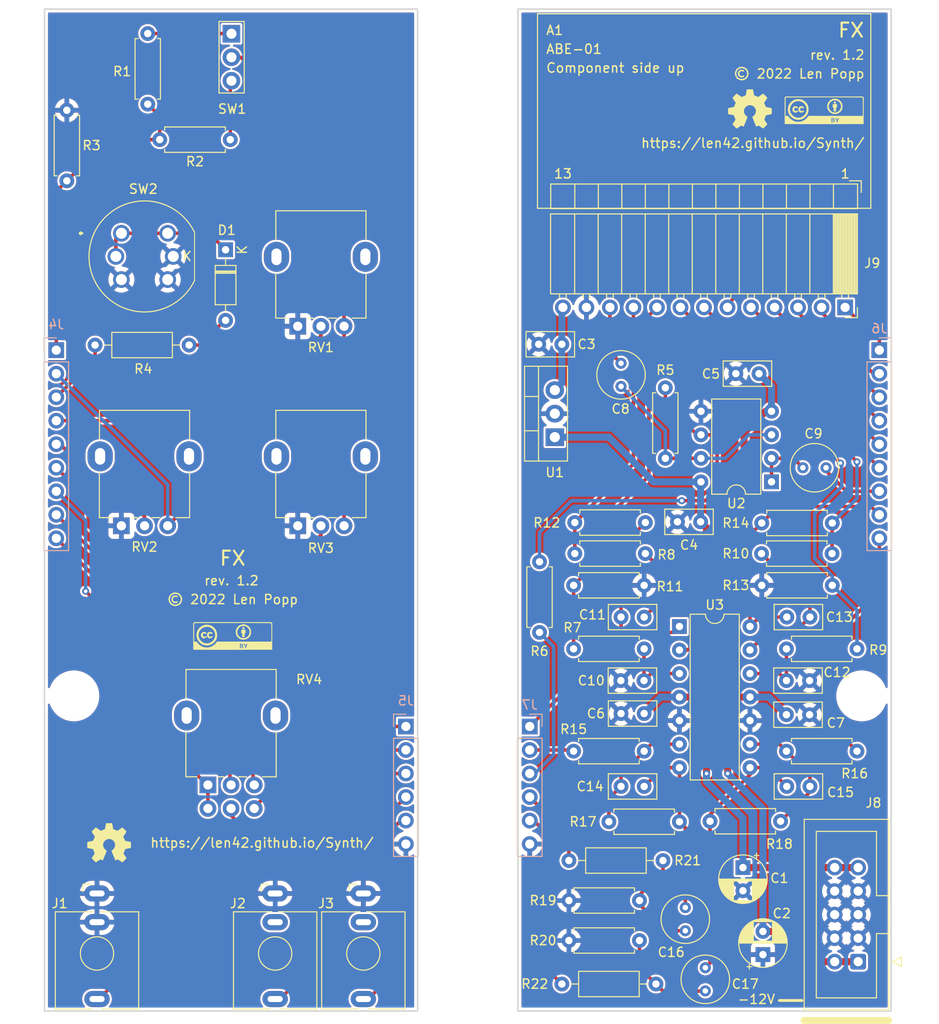
<source format=kicad_pcb>
(kicad_pcb (version 20211014) (generator pcbnew)
  (title_block (title "Eurorack Effects Module") (date "2022-08-23") (rev "1.2") (company "Len Popp") (comment 1 "Copyright © 2022 Len Popp CC BY") (comment 2 "Board settings comply with requirements of OSH Park https://oshpark.com/") (comment 3 "Eurorack digital effects module - 8HP"))
  (layers (0 "F.Cu" signal) (31 "B.Cu" signal) (36 "B.SilkS" user "B.Silkscreen") (37 "F.SilkS" user "F.Silkscreen") (38 "B.Mask" user) (39 "F.Mask" user) (44 "Edge.Cuts" user))
  (net 0 "")
  (net 1 "+12V")
  (net 2 "GND")
  (net 3 "-12V")
  (net 5 "OUT-1")
  (net 6 "OUT-2")
  (net 8 "+8V")
  (net 9 "Net-(C8-Pad1)")
  (net 10 "ABE-IN")
  (net 11 "Net-(C9-Pad1)")
  (net 12 "MIX-IN-DRY")
  (net 13 "Net-(C10-Pad1)")
  (net 14 "MIX-IN-WET-1")
  (net 15 "Net-(C11-Pad1)")
  (net 16 "Net-(C12-Pad1)")
  (net 17 "MIX-IN-WET-2")
  (net 18 "Net-(C13-Pad1)")
  (net 19 "Net-(C14-Pad2)")
  (net 20 "Net-(C14-Pad1)")
  (net 21 "Net-(C15-Pad2)")
  (net 22 "Net-(C15-Pad1)")
  (net 23 "Net-(C16-Pad2)")
  (net 24 "Net-(C17-Pad2)")
  (net 25 "Net-(D1-Pad1)")
  (net 26 "Net-(D1-Pad2)")
  (net 27 "AUDIO-IN")
  (net 28 "ABE-VPOT")
  (net 29 "ABE-CTL1")
  (net 30 "ABE-CTL5")
  (net 31 "ABE-CTL4")
  (net 32 "ABE-CTL3")
  (net 33 "ABE-CTL2")
  (net 34 "MIX-OUT-1")
  (net 35 "MIX-OUT-2")
  (net 36 "ABE-OUT2-")
  (net 37 "ABE-OUT2+")
  (net 38 "ABE-OUT1+")
  (net 39 "ABE-OUT1-")
  (net 40 "Net-(R1-Pad1)")
  (net 41 "Net-(R2-Pad1)")
  (net 42 "Net-(R5-Pad1)")
  (footprint "-lmp-misc:CP_Radial_D5.0mm_P2.50mm" (layer "F.Cu") (at 175.768 129.54 -90)
    (fp_text reference "C1")
    (fp_text value "10U")
  )
  (footprint "-lmp-misc:CP_Radial_D5.0mm_P2.50mm" (layer "F.Cu") (at 177.927 138.938 90)
    (fp_text reference "C2")
    (fp_text value "10U")
  )
  (footprint "-lmp-synth:Jack_3.5mm_QingPu_WQP-PJ398SM_Vertical" (layer "F.Cu") (at 106 132.334)
    (fp_text reference "J1")
    (fp_text value "WQP-PJ398")
  )
  (footprint "-lmp-synth:Potentiometer_Alpha_RD901F-40-00D_Single_Vertical" (layer "F.Cu") (at 127.6858 71.08 90)
    (fp_text reference "RV1")
    (fp_text value "100K")
  )
  (footprint "-lmp-synth:Potentiometer_Alpha_RD901F-40-00D_Single_Vertical" (layer "F.Cu") (at 127.6858 92.63 90)
    (fp_text reference "RV3")
    (fp_text value "100K")
  )
  (footprint "-lmp-synth:Potentiometer_Alpha_RD901F-40-00D_Single_Vertical" (layer "F.Cu") (at 108.6358 92.63 90)
    (fp_text reference "RV2")
    (fp_text value "100K")
  )
  (footprint "-lmp-misc:Logo_CC_BY" (layer "F.Cu") (at 184.531 47.752)
    (fp_text reference "G1" hide)
    (fp_text value "Logo_CC_BY" hide)
  )
  (footprint "-lmp-synth:IDC-Header-Eurorack-10-TH" (layer "F.Cu") (at 188.214 139.7 180)
    (fp_text reference "J8")
    (fp_text value "Conn_Eurorack_10")
  )
  (footprint "-lmp-synth:Jack_3.5mm_QingPu_WQP-PJ398SM_Vertical" (layer "F.Cu") (at 125.2425 132.334)
    (fp_text reference "J2")
    (fp_text value "WQP-PJ398")
  )
  (footprint "-lmp-misc:Logo_OSHW" (layer "F.Cu") (at 176.53 47.625)
    (fp_text reference "G3" hide)
    (fp_text value "Logo_OSHW" hide)
  )
  (footprint "-lmp-misc:Logo_CC_BY" (layer "F.Cu") (at 120.65 104.521)
    (fp_text reference "G2" hide)
    (fp_text value "Logo_CC_BY" hide)
  )
  (footprint "-lmp-misc:Logo_OSHW" (layer "F.Cu") (at 107.315 126.873)
    (fp_text reference "G4" hide)
    (fp_text value "Logo_OSHW" hide)
  )
  (footprint "-lmp-synth:Jack_3.5mm_QingPu_WQP-PJ398SM_Vertical" (layer "F.Cu") (at 134.7675 132.334)
    (fp_text reference "J3")
    (fp_text value "WQP-PJ398")
  )
  (footprint "-lmp-misc:C_Disc_D5.0mm_W2.5mm_P2.50mm" (layer "F.Cu") (at 165.08 109.347 180)
    (fp_text reference "C10")
    (fp_text value "470P")
  )
  (footprint "-lmp-misc:R_Axial_DIN0207_L6.3mm_D2.5mm_P7.62mm_Horizontal" (layer "F.Cu") (at 157.48 99.06)
    (fp_text reference "R11")
    (fp_text value "2K2")
  )
  (footprint "Package_DIP:DIP-14_W7.62mm" (layer "F.Cu") (at 168.91 103.505)
    (fp_text reference "U3")
    (fp_text value "TL074")
  )
  (footprint "-lmp-misc:R_Axial_DIN0207_L6.3mm_D2.5mm_P7.62mm_Horizontal" (layer "F.Cu") (at 111.4806 39.4716 -90)
    (fp_text reference "R1")
    (fp_text value "4K7")
  )
  (footprint "-lmp-misc:C_Disc_D5.0mm_W2.5mm_P2.50mm" (layer "F.Cu") (at 165.1 112.903 180)
    (fp_text reference "C6")
    (fp_text value "100N")
  )
  (footprint "-lmp-holes:MountingHole_PCB_3.2mm_M3" (layer "F.Cu") (at 188.595 110.998)
    (fp_text reference "H4" hide)
    (fp_text value "MountingHole_M3")
  )
  (footprint "-lmp-synth:Module_ABE_Horiz_NoPads" (layer "F.Cu") (at 171.577 37.338 -90)
    (fp_text reference "A1")
    (fp_text value "ABE-01")
  )
  (footprint "Connector_PinSocket_2.54mm:PinSocket_1x13_P2.54mm_Horizontal" (layer "F.Cu") (at 186.802 69.043 -90)
    (fp_text reference "J9")
    (fp_text value "Conn_01x13")
  )
  (footprint "-lmp-misc:C_Disc_D5.0mm_W2.5mm_P2.50mm" (layer "F.Cu") (at 183.007 120.777 180)
    (fp_text reference "C15")
    (fp_text value "10P")
  )
  (footprint "-lmp-holes:MountingHole_PCB_3.2mm_M3" (layer "F.Cu") (at 103.505 110.998)
    (fp_text reference "H2" hide)
    (fp_text value "MountingHole_M3")
  )
  (footprint "-lmp-misc:R_Axial_DIN0207_L6.3mm_D2.5mm_P7.62mm_Horizontal" (layer "F.Cu") (at 157.48 116.967)
    (fp_text reference "R15")
    (fp_text value "20K")
  )
  (footprint "-lmp-misc:R_Axial_DIN0207_L6.3mm_D2.5mm_P7.62mm_Horizontal" (layer "F.Cu") (at 120.396 50.927 180)
    (fp_text reference "R2")
    (fp_text value "47K")
  )
  (footprint "-lmp-misc:R_Axial_DIN0207_L6.3mm_D2.5mm_P7.62mm_Horizontal" (layer "F.Cu") (at 185.42 99.06 180)
    (fp_text reference "R13")
    (fp_text value "2K2")
  )
  (footprint "-lmp-misc:R_Axial_DIN0207_L6.3mm_D2.5mm_P10.16mm_Horizontal" (layer "F.Cu") (at 167.132 128.778 180)
    (fp_text reference "R21")
    (fp_text value "270R")
  )
  (footprint "-lmp-misc:R_Axial_DIN0207_L6.3mm_D2.5mm_P7.62mm_Horizontal" (layer "F.Cu") (at 188.087 105.918 180)
    (fp_text reference "R9")
    (fp_text value "10K")
  )
  (footprint "-lmp-misc:R_Axial_DIN0207_L6.3mm_D2.5mm_P7.62mm_Horizontal" (layer "F.Cu") (at 161.29 124.587)
    (fp_text reference "R17")
    (fp_text value "100K")
  )
  (footprint "-lmp-misc:R_Axial_DIN0207_L6.3mm_D2.5mm_P7.62mm_Horizontal" (layer "F.Cu") (at 102.743 55.372 90)
    (fp_text reference "R3")
    (fp_text value "47K")
  )
  (footprint "-lmp-misc:R_Axial_DIN0207_L6.3mm_D2.5mm_P7.62mm_Horizontal" (layer "F.Cu") (at 188.087 116.967 180)
    (fp_text reference "R16")
    (fp_text value "20K")
  )
  (footprint "-lmp-misc:C_Radial_D5.0mm_H5.0mm_P2.50mm" (layer "F.Cu") (at 169.545 133.858 -90)
    (fp_text reference "C16")
    (fp_text value "10U")
  )
  (footprint "-lmp-synth:SW_Push_LED_C&K_D6R" (layer "F.Cu") (at 108.6358 61.03938)
    (fp_text reference "SW2")
    (fp_text value "SW_Push_LED" hide)
  )
  (footprint "-lmp-misc:R_Axial_DIN0207_L6.3mm_D2.5mm_P7.62mm_Horizontal" (layer "F.Cu") (at 164.592 137.414 180)
    (fp_text reference "R20")
    (fp_text value "100K")
  )
  (footprint "-lmp-misc:C_Disc_D5.0mm_W2.5mm_P2.50mm" (layer "F.Cu") (at 171.196 92.202 180)
    (fp_text reference "C4")
    (fp_text value "100N")
  )
  (footprint "Diode_THT:D_DO-35_SOD27_P7.62mm_Horizontal" (layer "F.Cu") (at 119.888 62.825 -90)
    (fp_text reference "D1")
    (fp_text value "1N4148")
  )
  (footprint "-lmp-misc:C_Disc_D5.0mm_W2.5mm_P2.50mm" (layer "F.Cu") (at 165.1 102.489 180)
    (fp_text reference "C11")
    (fp_text value "470P")
  )
  (footprint "-lmp-misc:R_Axial_DIN0207_L6.3mm_D2.5mm_P7.62mm_Horizontal" (layer "F.Cu") (at 157.607 95.631)
    (fp_text reference "R8")
    (fp_text value "10K")
  )
  (footprint "-lmp-misc:C_Radial_D5.0mm_H5.0mm_P2.50mm" (layer "F.Cu") (at 171.704 140.355 -90)
    (fp_text reference "C17")
    (fp_text value "10U")
  )
  (footprint "-lmp-misc:C_Disc_D5.0mm_W2.5mm_P2.50mm" (layer "F.Cu") (at 162.6 120.777)
    (fp_text reference "C14")
    (fp_text value "10P")
  )
  (footprint "-lmp-misc:C_Disc_D5.0mm_W2.5mm_P2.50mm" (layer "F.Cu") (at 180.467 109.347)
    (fp_text reference "C12")
    (fp_text value "470P")
  )
  (footprint "-lmp-misc:C_Disc_D5.0mm_W2.5mm_P2.50mm" (layer "F.Cu") (at 182.967 113.03 180)
    (fp_text reference "C7")
    (fp_text value "100N")
  )
  (footprint "-lmp-misc:R_Axial_DIN0207_L6.3mm_D2.5mm_P10.16mm_Horizontal" (layer "F.Cu") (at 115.951 73.112 180)
    (fp_text reference "R4")
    (fp_text value "1K")
  )
  (footprint "-lmp-misc:C_Disc_D5.0mm_W2.5mm_P2.50mm" (layer "F.Cu") (at 183.007 102.489 180)
    (fp_text reference "C13")
    (fp_text value "470P")
  )
  (footprint "-lmp-misc:C_Disc_D5.0mm_W2.5mm_P2.50mm" (layer "F.Cu") (at 175.006 76.2)
    (fp_text reference "C5")
    (fp_text value "100N")
  )
  (footprint "-lmp-misc:C_Radial_D5.0mm_H5.0mm_P2.50mm" (layer "F.Cu") (at 162.6 77.577 90)
    (fp_text reference "C8")
    (fp_text value "10U")
  )
  (footprint "-lmp-synth:Potentiometer_Alpha_RD902F-40-00D_Dual_Vertical" (layer "F.Cu") (at 117.983 120.617 90)
    (fp_text reference "RV4")
    (fp_text value "100K")
  )
  (footprint "-lmp-misc:C_Disc_D5.0mm_W2.5mm_P2.50mm" (layer "F.Cu") (at 156.21 73.025 180)
    (fp_text reference "C3")
    (fp_text value "100N")
  )
  (footprint "-lmp-misc:R_Axial_DIN0207_L6.3mm_D2.5mm_P7.62mm_Horizontal" (layer "F.Cu") (at 167.386 77.724 -90)
    (fp_text reference "R5")
    (fp_text value "20K")
  )
  (footprint "-lmp-misc:R_Axial_DIN0207_L6.3mm_D2.5mm_P7.62mm_Horizontal" (layer "F.Cu") (at 185.3946 95.631 180)
    (fp_text reference "R10")
    (fp_text value "10K")
  )
  (footprint "-lmp-misc:C_Radial_D5.0mm_H5.0mm_P2.50mm" (layer "F.Cu") (at 182.245 86.36)
    (fp_text reference "C9")
    (fp_text value "10U")
  )
  (footprint "-lmp-misc:R_Axial_DIN0207_L6.3mm_D2.5mm_P7.62mm_Horizontal" (layer "F.Cu") (at 179.832 124.5362 180)
    (fp_text reference "R18")
    (fp_text value "100K")
  )
  (footprint "-lmp-misc:R_Axial_DIN0207_L6.3mm_D2.5mm_P10.16mm_Horizontal" (layer "F.Cu") (at 166.37 142.113 180)
    (fp_text reference "R22")
    (fp_text value "270R")
  )
  (footprint "Package_DIP:DIP-8_W7.62mm" (layer "F.Cu") (at 178.856 87.884 180)
    (fp_text reference "U2")
    (fp_text value "TL072")
  )
  (footprint "-lmp-misc:SW_SPDT_THT_2.54" (layer "F.Cu") (at 120.523 39.48938)
    (fp_text reference "SW1")
    (fp_text value "SW_SPDT")
  )
  (footprint "-lmp-misc:R_Axial_DIN0207_L6.3mm_D2.5mm_P7.62mm_Horizontal" (layer "F.Cu") (at 157.48 105.918)
    (fp_text reference "R7")
    (fp_text value "10K")
  )
  (footprint "-lmp-misc:R_Axial_DIN0207_L6.3mm_D2.5mm_P7.62mm_Horizontal" (layer "F.Cu") (at 164.592 133.096 180)
    (fp_text reference "R19")
    (fp_text value "100K")
  )
  (footprint "Package_TO_SOT_THT:TO-220-3_Vertical" (layer "F.Cu") (at 155.448 83.058 90)
    (fp_text reference "U1")
    (fp_text value "LM7808_TO220")
  )
  (footprint "-lmp-misc:R_Axial_DIN0207_L6.3mm_D2.5mm_P7.62mm_Horizontal" (layer "F.Cu") (at 185.42 92.329 180)
    (fp_text reference "R14")
    (fp_text value "2K2")
  )
  (footprint "-lmp-misc:R_Axial_DIN0207_L6.3mm_D2.5mm_P7.62mm_Horizontal" (layer "F.Cu") (at 157.607 92.2782)
    (fp_text reference "R12")
    (fp_text value "2K2")
  )
  (footprint "-lmp-misc:R_Axial_DIN0207_L6.3mm_D2.5mm_P7.62mm_Horizontal" (layer "F.Cu") (at 153.797 104.14 90)
    (fp_text reference "R6")
    (fp_text value "100K")
  )
  (footprint "Connector_PinSocket_2.54mm:PinSocket_1x09_P2.54mm_Vertical" (layer "B.Cu") (at 101.6 73.66 180)
    (fp_text reference "J4")
    (fp_text value "Conn_Front_Left")
  )
  (footprint "Connector_PinSocket_2.54mm:PinSocket_1x06_P2.54mm_Vertical" (layer "B.Cu") (at 139.36 114.3 180)
    (fp_text reference "J5")
    (fp_text value "Conn_Front_Right")
  )
  (footprint "Connector_PinHeader_2.54mm:PinHeader_1x09_P2.54mm_Vertical" (layer "B.Cu") (at 190.5 73.66 180)
    (fp_text reference "J6")
    (fp_text value "Conn_Back_Right")
  )
  (footprint "Connector_PinHeader_2.54mm:PinHeader_1x06_P2.54mm_Vertical" (layer "B.Cu") (at 152.74 114.3 180)
    (fp_text reference "J7")
    (fp_text value "Conn_Back_Left")
  )
  (gr_line (start 182.1434 143.891) (end 179.705 143.891) (layer "F.SilkS") (width 0.3048))
  (gr_line (start 151.470004 145.034) (end 151.470004 36.83) (layer "Edge.Cuts") (width 0.1524))
  (gr_line (start 151.470004 36.83) (end 191.77 36.83) (layer "Edge.Cuts") (width 0.1524))
  (gr_line (start 140.629996 36.83) (end 140.629996 145.034) (layer "Edge.Cuts") (width 0.1524))
  (gr_line (start 140.629996 145.034) (end 100.33 145.034) (layer "Edge.Cuts") (width 0.1524))
  (gr_line (start 100.33 36.83) (end 140.629996 36.83) (layer "Edge.Cuts") (width 0.1524))
  (gr_line (start 191.77 145.034) (end 151.470004 145.034) (layer "Edge.Cuts") (width 0.1524))
  (gr_line (start 191.77 36.83) (end 191.77 145.034) (layer "Edge.Cuts") (width 0.1524))
  (gr_line (start 100.33 145.034) (end 100.33 36.83) (layer "Edge.Cuts") (width 0.1524))
  (gr_text "© 2022 Len Popp" (at 188.976 43.815) (layer "F.SilkS") (effects (font (size 1 1)) (justify right)))
  (gr_text "-12V" (at 179.324 143.764) (layer "F.SilkS") (effects (font (size 1 1)) (justify right)))
  (gr_text "FX" (at 188.976 39.116) (layer "F.SilkS") (effects (font (size 1.524 1.524) (thickness 0.2286)) (justify right)))
  (gr_text "© 2022 Len Popp" (at 120.65 100.584) (layer "F.SilkS") (effects (font (size 1 1))))
  (gr_text "https://len42.github.io/Synth/" (at 123.825 126.873) (layer "F.SilkS") (effects (font (size 1.016 1.016) (thickness 0.1524))))
  (gr_text "FX" (at 120.65 96.139) (layer "F.SilkS") (effects (font (size 1.524 1.524) (thickness 0.2286))))
  (gr_text "https://len42.github.io/Synth/" (at 188.976 51.308) (layer "F.SilkS") (effects (font (size 1.016 1.016) (thickness 0.1524)) (justify right)))
  (gr_text "ABE-01" (at 154.432 41.148) (layer "F.SilkS") (effects (font (size 1.016 1.016) (thickness 0.1524)) (justify left)))
  (gr_text "Component side up" (at 154.432 43.18) (layer "F.SilkS") (effects (font (size 1.016 1.016) (thickness 0.1524)) (justify left)))
  (gr_text "rev. ${REVISION}" (at 120.523 98.552) (layer "F.SilkS") (effects (font (size 1 1))))
  (gr_text "rev. ${REVISION}" (at 188.976 41.783) (layer "F.SilkS") (effects (font (size 1 1)) (justify right)))
  (segment (start 185.674 129.54) (end 188.214 129.54) (width 0.762) (layer "F.Cu") (net 1))
  (segment (start 168.91 111.125) (end 171.831 111.125) (width 0.762) (layer "F.Cu") (net 1))
  (segment (start 171.831 111.125) (end 171.831 119.38) (width 0.762) (layer "F.Cu") (net 1))
  (segment (start 171.831 92.837) (end 171.831 111.125) (width 0.762) (layer "F.Cu") (net 1))
  (segment (start 185.674 129.54) (end 175.768 129.54) (width 0.762) (layer "F.Cu") (net 1))
  (segment (start 171.196 92.202) (end 171.831 92.837) (width 0.762) (layer "F.Cu") (net 1))
  (via (at 171.831 119.38) (size 0.762) (drill 0.381) (layers "F.Cu" "B.Cu") (net 1))
  (segment (start 166.116 87.884) (end 168.275 87.884) (width 0.762) (layer "B.Cu") (net 1))
  (segment (start 171.236 87.884) (end 168.275 87.884) (width 0.762) (layer "B.Cu") (net 1))
  (segment (start 165.1 112.903) (end 166.878 111.125) (width 0.762) (layer "B.Cu") (net 1))
  (segment (start 155.448 83.058) (end 161.29 83.058) (width 0.762) (layer "B.Cu") (net 1))
  (segment (start 166.878 111.125) (end 168.91 111.125) (width 0.762) (layer "B.Cu") (net 1))
  (segment (start 175.768 124.206) (end 175.768 129.54) (width 0.762) (layer "B.Cu") (net 1))
  (segment (start 171.831 120.269) (end 175.768 124.206) (width 0.762) (layer "B.Cu") (net 1))
  (segment (start 171.831 119.38) (end 171.831 120.269) (width 0.762) (layer "B.Cu") (net 1))
  (segment (start 171.196 92.202) (end 171.196 87.924) (width 0.762) (layer "B.Cu") (net 1))
  (segment (start 161.29 83.058) (end 166.116 87.884) (width 0.762) (layer "B.Cu") (net 1))
  (segment (start 174.117 110.998) (end 174.117 119.38) (width 0.762) (layer "F.Cu") (net 3))
  (segment (start 176.53 111.125) (end 174.244 111.125) (width 0.762) (layer "F.Cu") (net 3))
  (segment (start 174.117 91.861) (end 175.895 90.083) (width 0.762) (layer "F.Cu") (net 3))
  (segment (start 185.674 139.7) (end 188.214 139.7) (width 0.762) (layer "F.Cu") (net 3))
  (segment (start 180.126 136.438) (end 177.927 136.438) (width 0.762) (layer "F.Cu") (net 3))
  (segment (start 175.895 90.083) (end 175.895 82.59) (width 0.762) (layer "F.Cu") (net 3))
  (segment (start 175.895 82.59) (end 178.221 80.264) (width 0.762) (layer "F.Cu") (net 3))
  (segment (start 183.388 139.7) (end 180.126 136.438) (width 0.762) (layer "F.Cu") (net 3))
  (segment (start 174.117 109.728) (end 174.117 91.861) (width 0.762) (layer "F.Cu") (net 3))
  (segment (start 178.221 80.264) (end 178.856 80.264) (width 0.762) (layer "F.Cu") (net 3))
  (segment (start 185.674 139.7) (end 183.388 139.7) (width 0.762) (layer "F.Cu") (net 3))
  (segment (start 174.244 111.125) (end 174.117 110.998) (width 0.762) (layer "F.Cu") (net 3))
  (segment (start 174.117 109.728) (end 174.117 110.998) (width 0.762) (layer "F.Cu") (net 3))
  (via (at 174.117 119.38) (size 0.762) (drill 0.381) (layers "F.Cu" "B.Cu") (net 3))
  (segment (start 178.856 77.55) (end 177.506 76.2) (width 0.762) (layer "B.Cu") (net 3))
  (segment (start 178.856 80.264) (end 178.856 77.55) (width 0.762) (layer "B.Cu") (net 3))
  (segment (start 174.117 119.38) (end 177.927 123.19) (width 0.762) (layer "B.Cu") (net 3))
  (segment (start 177.927 123.19) (end 177.927 123.825) (width 0.762) (layer "B.Cu") (net 3))
  (segment (start 176.53 111.125) (end 178.562 111.125) (width 0.762) (layer "B.Cu") (net 3))
  (segment (start 178.562 111.125) (end 180.467 113.03) (width 0.762) (layer "B.Cu") (net 3))
  (segment (start 177.927 136.438) (end 177.927 123.825) (width 0.762) (layer "B.Cu") (net 3))
  (segment (start 125.76 143.734) (end 125.2425 143.734) (width 0.381) (layer "F.Cu") (net 5))
  (segment (start 130.175 139.319) (end 125.76 143.734) (width 0.381) (layer "F.Cu") (net 5))
  (segment (start 130.175 133.35) (end 130.175 139.319) (width 0.381) (layer "F.Cu") (net 5))
  (segment (start 156.972 126.152) (end 156.972 128.778) (width 0.381) (layer "F.Cu") (net 5))
  (segment (start 130.175 131.105) (end 130.175 133.35) (width 0.381) (layer "F.Cu") (net 5))
  (segment (start 139.36 121.92) (end 130.175 131.105) (width 0.381) (layer "F.Cu") (net 5))
  (segment (start 152.74 121.92) (end 156.972 126.152) (width 0.381) (layer "F.Cu") (net 5))
  (segment (start 155.067 126.365) (end 155.067 140.97) (width 0.381) (layer "F.Cu") (net 6))
  (segment (start 152.74 124.46) (end 153.162 124.46) (width 0.381) (layer "F.Cu") (net 6))
  (segment (start 134.7675 143.734) (end 135.285 143.734) (width 0.381) (layer "F.Cu") (net 6))
  (segment (start 135.285 143.734) (end 137.287 141.732) (width 0.381) (layer "F.Cu") (net 6))
  (segment (start 155.067 140.97) (end 156.21 142.113) (width 0.381) (layer "F.Cu") (net 6))
  (segment (start 137.287 125.984) (end 138.811 124.46) (width 0.381) (layer "F.Cu") (net 6))
  (segment (start 138.811 124.46) (end 139.36 124.46) (width 0.381) (layer "F.Cu") (net 6))
  (segment (start 153.162 124.46) (end 155.067 126.365) (width 0.381) (layer "F.Cu") (net 6))
  (segment (start 137.287 141.732) (end 137.287 125.984) (width 0.381) (layer "F.Cu") (net 6))
  (segment (start 155.448 77.978) (end 156.21 77.216) (width 0.762) (layer "B.Cu") (net 8))
  (segment (start 156.21 73.025) (end 156.21 69.155) (width 0.762) (layer "B.Cu") (net 8))
  (segment (start 156.21 77.216) (end 156.21 73.025) (width 0.762) (layer "B.Cu") (net 8))
  (segment (start 167.386 85.344) (end 171.236 85.344) (width 0.381) (layer "F.Cu") (net 9))
  (segment (start 167.386 85.344) (end 167.386 82.363) (width 0.381) (layer "B.Cu") (net 9))
  (segment (start 176.403 82.804) (end 178.856 82.804) (width 0.381) (layer "B.Cu") (net 9))
  (segment (start 173.863 85.344) (end 176.403 82.804) (width 0.381) (layer "B.Cu") (net 9))
  (segment (start 167.386 82.363) (end 162.6 77.577) (width 0.381) (layer "B.Cu") (net 9))
  (segment (start 171.236 85.344) (end 173.863 85.344) (width 0.381) (layer "B.Cu") (net 9))
  (segment (start 162.6 75.077) (end 161.402 73.879) (width 0.381) (layer "F.Cu") (net 10))
  (segment (start 161.402 73.879) (end 161.402 69.043) (width 0.381) (layer "F.Cu") (net 10))
  (segment (start 178.856 85.344) (end 178.856 87.884) (width 0.381) (layer "F.Cu") (net 11))
  (segment (start 181.229 85.344) (end 178.856 85.344) (width 0.381) (layer "F.Cu") (net 11))
  (segment (start 182.245 86.36) (end 181.229 85.344) (width 0.381) (layer "F.Cu") (net 11))
  (segment (start 108.7882 103.7082) (end 104.775 99.695) (width 0.381) (layer "F.Cu") (net 12))
  (segment (start 184.745 86.36) (end 184.745 86.701) (width 0.381) (layer "F.Cu") (net 12))
  (segment (start 186.944 88.9) (end 190.5 88.9) (width 0.381) (layer "F.Cu") (net 12))
  (segment (start 117.983 123.157) (end 117.983 120.617) (width 0.381) (layer "F.Cu") (net 12))
  (segment (start 184.745 86.701) (end 186.944 88.9) (width 0.381) (layer "F.Cu") (net 12))
  (segment (start 117.8992 120.617) (end 108.7882 111.506) (width 0.381) (layer "F.Cu") (net 12))
  (segment (start 117.983 120.617) (end 117.8992 120.617) (width 0.381) (layer "F.Cu") (net 12))
  (segment (start 108.7882 111.506) (end 108.7882 103.7082) (width 0.381) (layer "F.Cu") (net 12))
  (via (at 104.775 99.695) (size 0.762) (drill 0.381) (layers "F.Cu" "B.Cu") (net 12))
  (segment (start 104.775 92.075) (end 104.775 99.695) (width 0.381) (layer "B.Cu") (net 12))
  (segment (start 101.6 88.9) (end 104.775 92.075) (width 0.381) (layer "B.Cu") (net 12))
  (segment (start 165.842 108.585) (end 168.91 108.585) (width 0.381) (layer "F.Cu") (net 13))
  (segment (start 165.08 109.347) (end 165.08 105.938) (width 0.381) (layer "F.Cu") (net 13))
  (segment (start 165.08 109.347) (end 165.842 108.585) (width 0.381) (layer "F.Cu") (net 13))
  (segment (start 165.08 105.938) (end 165.1 105.918) (width 0.381) (layer "F.Cu") (net 13))
  (segment (start 162.6 102.489) (end 162.6 103.846) (width 0.381) (layer "F.Cu") (net 14))
  (segment (start 162.6 94.9052) (end 162.6 102.489) (width 0.381) (layer "F.Cu") (net 14))
  (segment (start 122.983 123.03) (end 131.713 114.3) (width 0.381) (layer "F.Cu") (net 14))
  (segment (start 162.64 104.14) (end 162.6 104.18) (width 0.381) (layer "F.Cu") (net 14))
  (segment (start 162.6 104.44) (end 162.6 103.846) (width 0.381) (layer "F.Cu") (net 14))
  (segment (start 165.227 92.2782) (end 162.6 94.9052) (width 0.381) (layer "F.Cu") (net 14))
  (segment (start 131.713 114.3) (end 139.36 114.3) (width 0.381) (layer "F.Cu") (net 14))
  (segment (start 122.983 123.157) (end 122.983 123.03) (width 0.381) (layer "F.Cu") (net 14))
  (segment (start 168.275 104.14) (end 162.64 104.14) (width 0.381) (layer "F.Cu") (net 14))
  (segment (start 152.74 114.3) (end 162.6 104.44) (width 0.381) (layer "F.Cu") (net 14))
  (segment (start 162.6 103.846) (end 162.6 104.18) (width 0.381) (layer "F.Cu") (net 14))
  (segment (start 168.91 103.505) (end 168.275 104.14) (width 0.381) (layer "F.Cu") (net 14))
  (segment (start 170.561 100.965) (end 168.529 98.933) (width 0.381) (layer "F.Cu") (net 15))
  (segment (start 170.561 105.283) (end 170.561 100.965) (width 0.381) (layer "F.Cu") (net 15))
  (segment (start 165.1 102.489) (end 167.005 100.584) (width 0.381) (layer "F.Cu") (net 15))
  (segment (start 167.005 100.584) (end 168.529 99.06) (width 0.381) (layer "F.Cu") (net 15))
  (segment (start 168.529 98.933) (end 166.4335 96.8375) (width 0.381) (layer "F.Cu") (net 15))
  (segment (start 168.91 106.045) (end 169.799 106.045) (width 0.381) (layer "F.Cu") (net 15))
  (segment (start 168.529 99.06) (end 168.529 98.933) (width 0.381) (layer "F.Cu") (net 15))
  (segment (start 166.4335 96.8375) (end 165.227 95.631) (width 0.381) (layer "F.Cu") (net 15))
  (segment (start 169.799 106.045) (end 170.561 105.283) (width 0.381) (layer "F.Cu") (net 15))
  (segment (start 180.467 109.347) (end 180.467 105.918) (width 0.381) (layer "F.Cu") (net 16))
  (segment (start 179.705 108.585) (end 180.467 109.347) (width 0.381) (layer "F.Cu") (net 16))
  (segment (start 176.53 108.585) (end 179.705 108.585) (width 0.381) (layer "F.Cu") (net 16))
  (segment (start 177.8 92.329) (end 175.768 94.361) (width 0.381) (layer "F.Cu") (net 17))
  (segment (start 122.983 120.617) (end 122.856 120.49) (width 0.381) (layer "F.Cu") (net 17))
  (segment (start 122.856 112.696) (end 101.6 91.44) (width 0.381) (layer "F.Cu") (net 17))
  (segment (start 175.768 100.838) (end 176.53 101.6) (width 0.381) (layer "F.Cu") (net 17))
  (segment (start 175.768 94.361) (end 175.768 100.838) (width 0.381) (layer "F.Cu") (net 17))
  (segment (start 190.5 91.44) (end 189.611 90.551) (width 0.381) (layer "F.Cu") (net 17))
  (segment (start 179.578 90.551) (end 177.8 92.329) (width 0.381) (layer "F.Cu") (net 17))
  (segment (start 122.856 120.49) (end 122.856 112.696) (width 0.381) (layer "F.Cu") (net 17))
  (segment (start 189.611 90.551) (end 179.578 90.551) (width 0.381) (layer "F.Cu") (net 17))
  (segment (start 176.53 101.6) (end 176.53 103.505) (width 0.381) (layer "F.Cu") (net 17))
  (segment (start 177.546 102.489) (end 176.53 103.505) (width 0.381) (layer "F.Cu") (net 17))
  (segment (start 180.507 102.489) (end 177.546 102.489) (width 0.381) (layer "F.Cu") (net 17))
  (segment (start 178.308 104.267) (end 176.53 106.045) (width 0.381) (layer "F.Cu") (net 18))
  (segment (start 183.007 100.8634) (end 177.7746 95.631) (width 0.381) (layer "F.Cu") (net 18))
  (segment (start 183.007 102.489) (end 183.007 100.8634) (width 0.381) (layer "F.Cu") (net 18))
  (segment (start 181.229 104.267) (end 178.308 104.267) (width 0.381) (layer "F.Cu") (net 18))
  (segment (start 183.007 102.489) (end 181.229 104.267) (width 0.381) (layer "F.Cu") (net 18))
  (segment (start 169.545 125.222) (end 169.545 133.858) (width 0.381) (layer "F.Cu") (net 19))
  (segment (start 167.132 118.745) (end 168.91 118.745) (width 0.381) (layer "F.Cu") (net 19))
  (segment (start 168.91 124.587) (end 169.545 125.222) (width 0.381) (layer "F.Cu") (net 19))
  (segment (start 168.91 124.587) (end 168.91 118.745) (width 0.381) (layer "F.Cu") (net 19))
  (segment (start 165.1 120.777) (end 167.132 118.745) (width 0.381) (layer "F.Cu") (net 19))
  (segment (start 161.29 122.087) (end 162.6 120.777) (width 0.381) (layer "F.Cu") (net 20))
  (segment (start 165.862 116.205) (end 168.91 116.205) (width 0.381) (layer "F.Cu") (net 20))
  (segment (start 162.6 120.777) (end 162.6 119.467) (width 0.381) (layer "F.Cu") (net 20))
  (segment (start 165.1 116.967) (end 165.862 116.205) (width 0.381) (layer "F.Cu") (net 20))
  (segment (start 162.6 119.467) (end 165.1 116.967) (width 0.381) (layer "F.Cu") (net 20))
  (segment (start 161.29 124.587) (end 161.29 122.087) (width 0.381) (layer "F.Cu") (net 20))
  (segment (start 178.475 118.745) (end 176.53 118.745) (width 0.381) (layer "F.Cu") (net 21))
  (segment (start 172.212 123.825) (end 176.53 119.507) (width 0.381) (layer "F.Cu") (net 21))
  (segment (start 172.212 124.5362) (end 172.212 139.847) (width 0.381) (layer "F.Cu") (net 21))
  (segment (start 176.53 119.507) (end 176.53 118.745) (width 0.381) (layer "F.Cu") (net 21))
  (segment (start 172.212 124.5362) (end 172.212 123.825) (width 0.381) (layer "F.Cu") (net 21))
  (segment (start 172.212 139.847) (end 171.704 140.355) (width 0.381) (layer "F.Cu") (net 21))
  (segment (start 180.507 120.777) (end 178.475 118.745) (width 0.381) (layer "F.Cu") (net 21))
  (segment (start 183.007 121.3612) (end 183.007 120.777) (width 0.381) (layer "F.Cu") (net 22))
  (segment (start 180.467 116.967) (end 179.705 116.205) (width 0.381) (layer "F.Cu") (net 22))
  (segment (start 179.705 116.205) (end 176.53 116.205) (width 0.381) (layer "F.Cu") (net 22))
  (segment (start 179.832 124.5362) (end 183.007 121.3612) (width 0.381) (layer "F.Cu") (net 22))
  (segment (start 183.007 120.777) (end 183.007 119.507) (width 0.381) (layer "F.Cu") (net 22))
  (segment (start 183.007 119.507) (end 180.467 116.967) (width 0.381) (layer "F.Cu") (net 22))
  (segment (start 164.592 133.096) (end 164.592 133.517) (width 0.381) (layer "F.Cu") (net 23))
  (segment (start 167.132 129.961) (end 164.592 132.501) (width 0.381) (layer "F.Cu") (net 23))
  (segment (start 167.433 136.358) (end 169.545 136.358) (width 0.381) (layer "F.Cu") (net 23))
  (segment (start 164.592 132.501) (end 164.592 133.096) (width 0.381) (layer "F.Cu") (net 23))
  (segment (start 164.592 133.517) (end 167.433 136.358) (width 0.381) (layer "F.Cu") (net 23))
  (segment (start 167.132 128.778) (end 167.132 129.961) (width 0.381) (layer "F.Cu") (net 23))
  (segment (start 164.592 137.414) (end 164.592 140.335) (width 0.381) (layer "F.Cu") (net 24))
  (segment (start 167.132 142.875) (end 171.684 142.875) (width 0.381) (layer "F.Cu") (net 24))
  (segment (start 164.592 140.335) (end 166.37 142.113) (width 0.381) (layer "F.Cu") (net 24))
  (segment (start 166.37 142.113) (end 167.132 142.875) (width 0.381) (layer "F.Cu") (net 24))
  (segment (start 171.684 142.875) (end 171.704 142.855) (width 0.381) (layer "F.Cu") (net 24))
  (segment (start 108.0358 61.63938) (end 108.6358 61.03938) (width 0.381) (layer "F.Cu") (net 25))
  (segment (start 113.6358 61.03938) (end 118.10238 61.03938) (width 0.381) (layer "F.Cu") (net 25))
  (segment (start 108.0358 63.53938) (end 108.0358 61.63938) (width 0.381) (layer "F.Cu") (net 25))
  (segment (start 118.10238 61.03938) (end 119.888 62.825) (width 0.381) (layer "F.Cu") (net 25))
  (segment (start 108.6358 61.03938) (end 113.6358 61.03938) (width 0.381) (layer "F.Cu") (net 25))
  (segment (start 119.801 70.445) (end 117.134 73.112) (width 0.381) (layer "F.Cu") (net 26))
  (segment (start 117.134 73.112) (end 115.951 73.112) (width 0.381) (layer "F.Cu") (net 26))
  (segment (start 119.888 70.445) (end 119.801 70.445) (width 0.381) (layer "F.Cu") (net 26))
  (segment (start 139.36 119.38) (end 137.16 119.38) (width 0.381) (layer "F.Cu") (net 27))
  (segment (start 106.202 143.734) (end 106 143.734) (width 0.381) (layer "F.Cu") (net 27))
  (segment (start 121.8438 128.0922) (end 106.202 143.734) (width 0.381) (layer "F.Cu") (net 27))
  (segment (start 128.4478 128.0922) (end 121.8438 128.0922) (width 0.381) (layer "F.Cu") (net 27))
  (segment (start 137.16 119.38) (end 128.4478 128.0922) (width 0.381) (layer "F.Cu") (net 27))
  (segment (start 153.797 104.14) (end 155.321 105.664) (width 0.381) (layer "B.Cu") (net 27))
  (segment (start 155.321 105.664) (end 155.321 117.348) (width 0.381) (layer "B.Cu") (net 27))
  (segment (start 153.289 119.38) (end 155.321 117.348) (width 0.381) (layer "B.Cu") (net 27))
  (segment (start 152.74 119.38) (end 153.289 119.38) (width 0.381) (layer "B.Cu") (net 27))
  (segment (start 188.468 74.803) (end 189.865 76.2) (width 0.381) (layer "F.Cu") (net 28))
  (segment (start 115.7948 90.471) (end 132.6858 90.471) (width 0.381) (layer "F.Cu") (net 28))
  (segment (start 113.6358 92.63) (end 115.7948 90.471) (width 0.381) (layer "F.Cu") (net 28))
  (segment (start 186.802 69.043) (end 188.468 70.709) (width 0.381) (layer "F.Cu") (net 28))
  (segment (start 132.6858 53.1838) (end 132.6858 90.471) (width 0.381) (layer "F.Cu") (net 28))
  (segment (start 132.6858 90.471) (end 132.6858 92.63) (width 0.381) (layer "F.Cu") (net 28))
  (segment (start 189.865 76.2) (end 190.5 76.2) (width 0.381) (layer "F.Cu") (net 28))
  (segment (start 120.523 42.02938) (end 121.53138 42.02938) (width 0.381) (layer "F.Cu") (net 28))
  (segment (start 121.53138 42.02938) (end 132.6858 53.1838) (width 0.381) (layer "F.Cu") (net 28))
  (segment (start 188.468 70.709) (end 188.468 74.803) (width 0.381) (layer "F.Cu") (net 28))
  (segment (start 106.9848 81.5848) (end 107.0356 81.5848) (width 0.381) (layer "B.Cu") (net 28))
  (segment (start 103.8225 78.4225) (end 106.9848 81.5848) (width 0.381) (layer "B.Cu") (net 28))
  (segment (start 107.0356 81.5848) (end 113.6358 88.185) (width 0.381) (layer "B.Cu") (net 28))
  (segment (start 101.6 76.2) (end 103.8225 78.4225) (width 0.381) (layer "B.Cu") (net 28))
  (segment (start 113.6358 88.185) (end 113.6358 92.63) (width 0.381) (layer "B.Cu") (net 28))
  (segment (start 174.102 69.043) (end 174.102 68.722) (width 0.381) (layer "F.Cu") (net 29))
  (segment (start 112.776 48.387) (end 111.4806 47.0916) (width 0.381) (layer "F.Cu") (net 29))
  (segment (start 187.96 66.929) (end 190.5 69.469) (width 0.381) (layer "F.Cu") (net 29))
  (segment (start 190.5 69.469) (end 190.5 73.66) (width 0.381) (layer "F.Cu") (net 29))
  (segment (start 101.6 73.66) (end 101.6 56.515) (width 0.381) (layer "F.Cu") (net 29))
  (segment (start 102.743 55.372) (end 107.188 50.927) (width 0.381) (layer "F.Cu") (net 29))
  (segment (start 107.188 50.927) (end 112.776 50.927) (width 0.381) (layer "F.Cu") (net 29))
  (segment (start 112.776 50.927) (end 112.776 48.387) (width 0.381) (layer "F.Cu") (net 29))
  (segment (start 174.102 68.722) (end 175.895 66.929) (width 0.381) (layer "F.Cu") (net 29))
  (segment (start 175.895 66.929) (end 187.96 66.929) (width 0.381) (layer "F.Cu") (net 29))
  (segment (start 101.6 56.515) (end 102.743 55.372) (width 0.381) (layer "F.Cu") (net 29))
  (segment (start 187.071 75.311) (end 187.071 72.39) (width 0.381) (layer "F.Cu") (net 30))
  (segment (start 187.071 72.39) (end 184.262 69.581) (width 0.381) (layer "F.Cu") (net 30))
  (segment (start 190.5 78.74) (end 187.071 75.311) (width 0.381) (layer "F.Cu") (net 30))
  (segment (start 105.791 74.549) (end 105.791 73.112) (width 0.381) (layer "F.Cu") (net 30))
  (segment (start 101.6 78.74) (end 105.791 74.549) (width 0.381) (layer "F.Cu") (net 30))
  (segment (start 184.262 69.581) (end 184.262 69.043) (width 0.381) (layer "F.Cu") (net 30))
  (segment (start 185.801 76.581) (end 185.801 73.66) (width 0.381) (layer "F.Cu") (net 31))
  (segment (start 190.5 81.28) (end 185.801 76.581) (width 0.381) (layer "F.Cu") (net 31))
  (segment (start 130.1858 72.1252) (end 121.031 81.28) (width 0.381) (layer "F.Cu") (net 31))
  (segment (start 130.1858 71.08) (end 130.1858 72.1252) (width 0.381) (layer "F.Cu") (net 31))
  (segment (start 121.031 81.28) (end 101.6 81.28) (width 0.381) (layer "F.Cu") (net 31))
  (segment (start 181.722 69.581) (end 181.722 69.043) (width 0.381) (layer "F.Cu") (net 31))
  (segment (start 185.801 73.66) (end 181.722 69.581) (width 0.381) (layer "F.Cu") (net 31))
  (segment (start 179.182 69.2) (end 180.975 70.993) (width 0.381) (layer "F.Cu") (net 32))
  (segment (start 109.601 90.0938) (end 107.6452 90.0938) (width 0.381) (layer "F.Cu") (net 32))
  (segment (start 103.759 86.2076) (end 103.759 85.5726) (width 0.381) (layer "F.Cu") (net 32))
  (segment (start 111.1358 92.63) (end 111.1358 91.6286) (width 0.381) (layer "F.Cu") (net 32))
  (segment (start 111.1358 91.6286) (end 109.601 90.0938) (width 0.381) (layer "F.Cu") (net 32))
  (segment (start 102.0064 83.82) (end 101.6 83.82) (width 0.381) (layer "F.Cu") (net 32))
  (segment (start 184.531 74.549) (end 180.975 70.993) (width 0.381) (layer "F.Cu") (net 32))
  (segment (start 190.5 83.82) (end 184.531 77.851) (width 0.381) (layer "F.Cu") (net 32))
  (segment (start 103.759 85.5726) (end 102.0064 83.82) (width 0.381) (layer "F.Cu") (net 32))
  (segment (start 107.6452 90.0938) (end 103.759 86.2076) (width 0.381) (layer "F.Cu") (net 32))
  (segment (start 184.531 77.851) (end 184.531 74.549) (width 0.381) (layer "F.Cu") (net 32))
  (segment (start 179.182 69.043) (end 179.182 69.2) (width 0.381) (layer "F.Cu") (net 32))
  (segment (start 107.1118 94.7166) (end 129.1082 94.7166) (width 0.381) (layer "F.Cu") (net 33))
  (segment (start 101.6 86.36) (end 105.0544 89.8144) (width 0.381) (layer "F.Cu") (net 33))
  (segment (start 182.88 78.8185) (end 182.88 75.3595) (width 0.381) (layer "F.Cu") (net 33))
  (segment (start 129.1082 94.7166) (end 130.1858 93.639) (width 0.381) (layer "F.Cu") (net 33))
  (segment (start 130.1858 93.639) (end 130.1858 92.63) (width 0.381) (layer "F.Cu") (net 33))
  (segment (start 105.0544 92.6592) (end 107.1118 94.7166) (width 0.381) (layer "F.Cu") (net 33))
  (segment (start 105.0544 89.8144) (end 105.0544 92.6592) (width 0.381) (layer "F.Cu") (net 33))
  (segment (start 183.007 75.408) (end 176.642 69.043) (width 0.381) (layer "F.Cu") (net 33))
  (segment (start 190.5 86.36) (end 183.007 78.867) (width 0.381) (layer "F.Cu") (net 33))
  (segment (start 157.353 116.84) (end 157.48 116.967) (width 0.381) (layer "F.Cu") (net 34))
  (segment (start 152.74 116.84) (end 157.353 116.84) (width 0.381) (layer "F.Cu") (net 34))
  (segment (start 135.2296 116.84) (end 139.36 116.84) (width 0.381) (layer "F.Cu") (net 34))
  (segment (start 120.483 123.157) (end 120.483 123.912) (width 0.381) (layer "F.Cu") (net 34))
  (segment (start 120.483 123.912) (end 121.6152 125.0442) (width 0.381) (layer "F.Cu") (net 34))
  (segment (start 127.0254 125.0442) (end 135.2296 116.84) (width 0.381) (layer "F.Cu") (net 34))
  (segment (start 121.6152 125.0442) (end 127.0254 125.0442) (width 0.381) (layer "F.Cu") (net 34))
  (segment (start 185.166 105.029) (end 185.166 114.046) (width 0.381) (layer "F.Cu") (net 35))
  (segment (start 190.5 99.695) (end 185.166 105.029) (width 0.381) (layer "F.Cu") (net 35))
  (segment (start 190.5 93.98) (end 190.5 99.695) (width 0.381) (layer "F.Cu") (net 35))
  (segment (start 120.356 120.49) (end 120.356 112.736) (width 0.381) (layer "F.Cu") (net 35))
  (segment (start 120.483 120.617) (end 120.356 120.49) (width 0.381) (layer "F.Cu") (net 35))
  (segment (start 120.356 112.736) (end 101.6 93.98) (width 0.381) (layer "F.Cu") (net 35))
  (segment (start 185.166 114.046) (end 188.087 116.967) (width 0.381) (layer "F.Cu") (net 35))
  (segment (start 174.2232 71.7042) (end 177.2412 71.7042) (width 0.381) (layer "F.Cu") (net 36))
  (segment (start 181.483 79.121) (end 188.087 85.725) (width 0.381) (layer "F.Cu") (net 36))
  (segment (start 177.2412 71.7042) (end 181.483 75.946) (width 0.381) (layer "F.Cu") (net 36))
  (segment (start 181.483 75.946) (end 181.483 79.121) (width 0.381) (layer "F.Cu") (net 36))
  (segment (start 185.3946 95.631) (end 185.3946 92.3544) (width 0.381) (layer "F.Cu") (net 36))
  (segment (start 171.562 69.043) (end 174.2232 71.7042) (width 0.381) (layer "F.Cu") (net 36))
  (segment (start 185.3946 92.3544) (end 185.42 92.329) (width 0.381) (layer "F.Cu") (net 36))
  (via (at 188.087 85.725) (size 0.762) (drill 0.381) (layers "F.Cu" "B.Cu") (net 36))
  (segment (start 188.087 85.725) (end 188.087 89.662) (width 0.381) (layer "B.Cu") (net 36))
  (segment (start 188.087 89.662) (end 185.42 92.329) (width 0.381) (layer "B.Cu") (net 36))
  (segment (start 180.213 79.756) (end 186.309 85.852) (width 0.381) (layer "F.Cu") (net 37))
  (segment (start 169.022 69.043) (end 173.893 73.914) (width 0.381) (layer "F.Cu") (net 37))
  (segment (start 173.893 73.914) (end 177.8 73.914) (width 0.381) (layer "F.Cu") (net 37))
  (segment (start 177.8 73.914) (end 180.213 76.327) (width 0.381) (layer "F.Cu") (net 37))
  (segment (start 180.213 76.327) (end 180.213 79.756) (width 0.381) (layer "F.Cu") (net 37))
  (via (at 186.309 85.852) (size 0.762) (drill 0.381) (layers "F.Cu" "B.Cu") (net 37))
  (segment (start 185.42 98.044) (end 185.42 99.06) (width 0.381) (layer "B.Cu") (net 37))
  (segment (start 186.436 88.392) (end 183.515 91.313) (width 0.381) (layer "B.Cu") (net 37))
  (segment (start 183.515 91.313) (end 183.515 96.139) (width 0.381) (layer "B.Cu") (net 37))
  (segment (start 185.42 99.06) (end 188.087 101.727) (width 0.381) (layer "B.Cu") (net 37))
  (segment (start 186.309 85.852) (end 186.436 85.979) (width 0.381) (layer "B.Cu") (net 37))
  (segment (start 183.515 96.139) (end 185.42 98.044) (width 0.381) (layer "B.Cu") (net 37))
  (segment (start 188.087 101.727) (end 188.087 105.918) (width 0.381) (layer "B.Cu") (net 37))
  (segment (start 186.436 85.979) (end 186.436 88.392) (width 0.381) (layer "B.Cu") (net 37))
  (segment (start 165.608 87.249) (end 159.1129 93.7441) (width 0.381) (layer "F.Cu") (net 38))
  (segment (start 159.1129 97.4271) (end 157.48 99.06) (width 0.381) (layer "F.Cu") (net 38))
  (segment (start 157.48 99.06) (end 157.48 105.918) (width 0.381) (layer "F.Cu") (net 38))
  (segment (start 166.482 69.043) (end 165.608 69.917) (width 0.381) (layer "F.Cu") (net 38))
  (segment (start 159.1129 93.7441) (end 159.1129 96.2479) (width 0.381) (layer "F.Cu") (net 38))
  (segment (start 165.608 69.917) (end 165.608 87.249) (width 0.381) (layer "F.Cu") (net 38))
  (segment (start 159.1129 96.2479) (end 159.1129 97.4271) (width 0.381) (layer "F.Cu") (net 38))
  (segment (start 163.942 69.043) (end 163.942 85.9432) (width 0.381) (layer "F.Cu") (net 39))
  (segment (start 163.942 85.9432) (end 157.607 92.2782) (width 0.381) (layer "F.Cu") (net 39))
  (segment (start 157.607 92.2782) (end 157.607 95.631) (width 0.381) (layer "F.Cu") (net 39))
  (segment (start 111.4806 39.4716) (end 120.50522 39.4716) (width 0.381) (layer "F.Cu") (net 40))
  (segment (start 120.50522 39.4716) (end 120.523 39.48938) (width 0.381) (layer "F.Cu") (net 40))
  (segment (start 120.396 44.69638) (end 120.523 44.56938) (width 0.381) (layer "F.Cu") (net 41))
  (segment (start 120.396 50.927) (end 120.396 44.69638) (width 0.381) (layer "F.Cu") (net 41))
  (segment (start 172.974 83.566) (end 172.212 82.804) (width 0.381) (layer "F.Cu") (net 42))
  (segment (start 171.236 82.804) (end 170.815 82.804) (width 0.381) (layer "F.Cu") (net 42))
  (segment (start 170.815 82.804) (end 167.386 79.375) (width 0.381) (layer "F.Cu") (net 42))
  (segment (start 172.212 82.804) (end 171.236 82.804) (width 0.381) (layer "F.Cu") (net 42))
  (segment (start 171.704 89.916) (end 172.974 88.646) (width 0.381) (layer "F.Cu") (net 42))
  (segment (start 167.386 79.375) (end 167.386 77.724) (width 0.381) (layer "F.Cu") (net 42))
  (segment (start 169.164 89.916) (end 171.704 89.916) (width 0.381) (layer "F.Cu") (net 42))
  (segment (start 172.974 88.646) (end 172.974 83.566) (width 0.381) (layer "F.Cu") (net 42))
  (via (at 169.164 89.916) (size 0.762) (drill 0.381) (layers "F.Cu" "B.Cu") (net 42))
  (segment (start 153.797 93.345) (end 153.797 96.52) (width 0.381) (layer "B.Cu") (net 42))
  (segment (start 169.164 89.916) (end 157.226 89.916) (width 0.381) (layer "B.Cu") (net 42))
  (segment (start 157.226 89.916) (end 153.797 93.345) (width 0.381) (layer "B.Cu") (net 42))
  (zone (net 2) (net_name "GND") (layers F&B.Cu) (connect_pads (clearance 0.2032)) (min_thickness 0.2032) (fill yes (thermal_gap 0.508) (thermal_bridge_width 0.508))
    (polygon (pts (xy 192.405 145.415) (xy 150.495 145.415) (xy 150.495 36.195) (xy 192.405 36.195)))
  )
  (zone (net 2) (net_name "GND") (layers F&B.Cu) (connect_pads (clearance 0.2032)) (min_thickness 0.2032) (fill yes (thermal_gap 0.508) (thermal_bridge_width 0.508))
    (polygon (pts (xy 141.605 145.415) (xy 99.695 145.415) (xy 99.695 36.195) (xy 141.605 36.195)))
  )
  (zone (net 0) (net_name "") (layer "F.Cu") (connect_pads (clearance 0)) (min_thickness 0.254)
    (keepout (tracks not_allowed) (vias not_allowed) (pads allowed) (copperpour not_allowed) (footprints allowed))
    (fill (thermal_gap 0.508) (thermal_bridge_width 0.508))
    (polygon (pts (xy 134.7724 140.311) (xy 135.2359 140.2376) (xy 135.6541 140.0245) (xy 135.9859 139.6927) (xy 136.199 139.2745) (xy 136.2724 138.811) (xy 136.199 138.3475) (xy 135.9859 137.9293) (xy 135.6541 137.5975) (xy 135.2359 137.3844) (xy 134.7724 137.311) (xy 134.3089 137.3844) (xy 133.8907 137.5975) (xy 133.5589 137.9293) (xy 133.3458 138.3475) (xy 133.2724 138.811) (xy 133.3458 139.2745) (xy 133.5589 139.6927) (xy 133.8907 140.0245) (xy 134.3089 140.2376)))
  )
  (zone (net 0) (net_name "") (layer "F.Cu") (connect_pads (clearance 0)) (min_thickness 0.254)
    (keepout (tracks not_allowed) (vias not_allowed) (pads allowed) (copperpour not_allowed) (footprints allowed))
    (fill (thermal_gap 0.508) (thermal_bridge_width 0.508))
    (polygon (pts (xy 106.002639 140.312402) (xy 106.466139 140.239002) (xy 106.884339 140.025902) (xy 107.216139 139.694102) (xy 107.429239 139.275902) (xy 107.502639 138.812402) (xy 107.429239 138.348902) (xy 107.216139 137.930702) (xy 106.884339 137.598902) (xy 106.466139 137.385802) (xy 106.002639 137.312402) (xy 105.539139 137.385802) (xy 105.120939 137.598902) (xy 104.789139 137.930702) (xy 104.576039 138.348902) (xy 104.502639 138.812402) (xy 104.576039 139.275902) (xy 104.789139 139.694102) (xy 105.120939 140.025902) (xy 105.539139 140.239002)))
  )
  (zone (net 0) (net_name "") (layer "F.Cu") (connect_pads (clearance 0)) (min_thickness 0.254)
    (keepout (tracks not_allowed) (vias not_allowed) (pads allowed) (copperpour not_allowed) (footprints allowed))
    (fill (thermal_gap 0.508) (thermal_bridge_width 0.508))
    (polygon (pts (xy 125.239129 140.315729) (xy 125.702629 140.242329) (xy 126.120829 140.029229) (xy 126.452629 139.697429) (xy 126.665729 139.279229) (xy 126.739129 138.815729) (xy 126.665729 138.352229) (xy 126.452629 137.934029) (xy 126.120829 137.602229) (xy 125.702629 137.389129) (xy 125.239129 137.315729) (xy 124.775629 137.389129) (xy 124.357429 137.602229) (xy 124.025629 137.934029) (xy 123.812529 138.352229) (xy 123.739129 138.815729) (xy 123.812529 139.279229) (xy 124.025629 139.697429) (xy 124.357429 140.029229) (xy 124.775629 140.242329)))
  )
)
</source>
